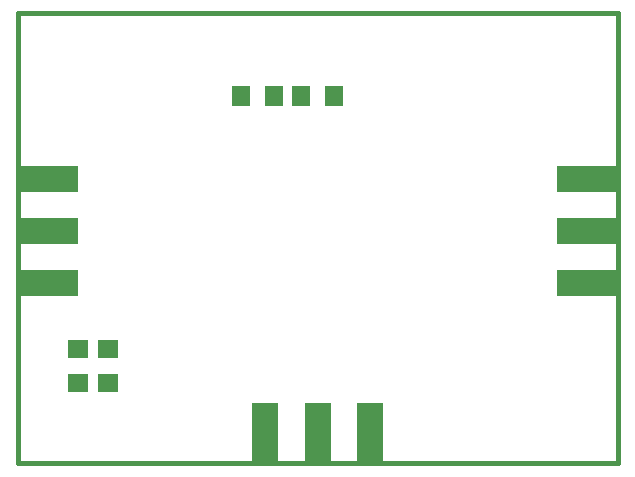
<source format=gtp>
G75*
%MOIN*%
%OFA0B0*%
%FSLAX25Y25*%
%IPPOS*%
%LPD*%
%AMOC8*
5,1,8,0,0,1.08239X$1,22.5*
%
%ADD10C,0.01600*%
%ADD11C,0.00000*%
%ADD12R,0.20000X0.09000*%
%ADD13R,0.09000X0.20000*%
%ADD14R,0.07098X0.06299*%
%ADD15R,0.06299X0.07098*%
D10*
X0167772Y0112602D02*
X0367772Y0112602D01*
X0367772Y0262602D01*
X0167772Y0262602D01*
X0167772Y0112602D01*
D11*
X0167772Y0168102D02*
X0167772Y0212102D01*
X0245772Y0112602D02*
X0289772Y0112602D01*
X0367772Y0168102D02*
X0367772Y0212102D01*
D12*
X0357672Y0207502D03*
X0357672Y0190102D03*
X0357672Y0172702D03*
X0177872Y0172702D03*
X0177872Y0190102D03*
X0177872Y0207502D03*
D13*
X0250372Y0122702D03*
X0267772Y0122702D03*
X0285172Y0122702D03*
D14*
X0197772Y0139504D03*
X0187772Y0139504D03*
X0187772Y0150701D03*
X0197772Y0150701D03*
D15*
X0242173Y0235102D03*
X0253370Y0235102D03*
X0262173Y0235102D03*
X0273370Y0235102D03*
M02*

</source>
